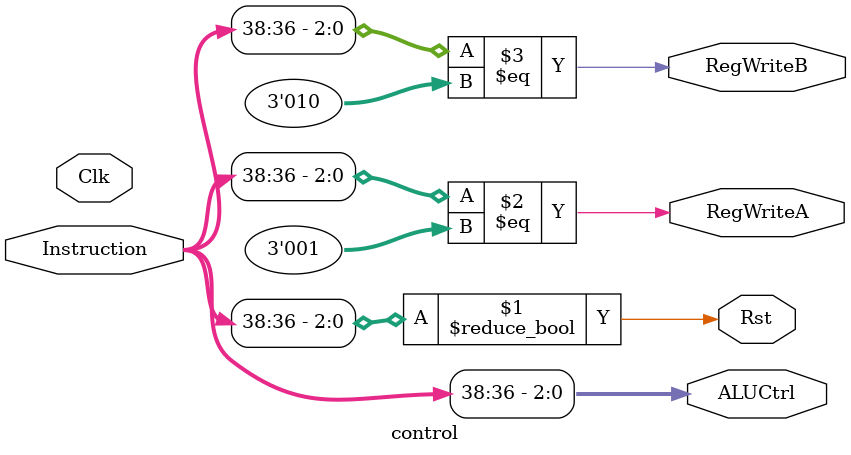
<source format=v>
module control(Clk,Rst,Instruction,RegWriteA,RegWriteB,ALUCtrl);
//control unit to decode instruction and generate required control signals
input Clk;
input [38:0] Instruction;
output RegWriteA,RegWriteB,Rst;
output [2:0]ALUCtrl;

assign Rst=(Instruction[38:36]!=3'b000);
assign RegWriteA=(Instruction[38:36]==3'b001);
assign RegWriteB=(Instruction[38:36]==3'b010);

assign ALUCtrl=Instruction[38:36];

endmodule

</source>
